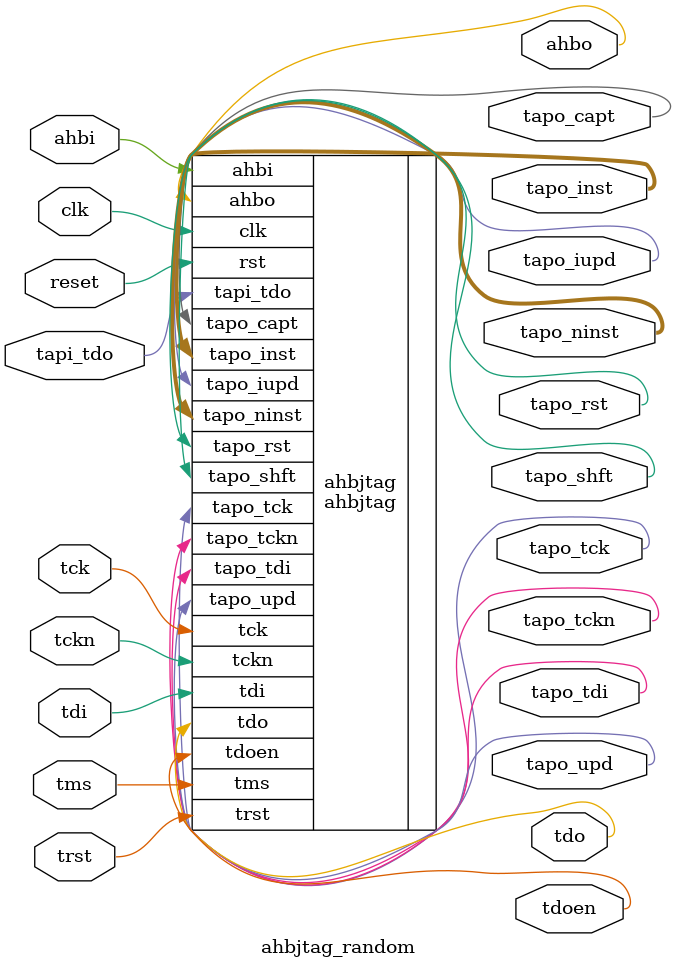
<source format=sv>
/*
* ahbjtag top level module that incorporates the random number generator
* to allow bitstream generation without Vivado interferance
*/
`include "../../random_number_generator.sv"

module ahbjtag_random(
    input logic clk,
    input logic reset,
    input logic tck,
    input logic tms,
    input logic tdi,
    output logic tdo,
    input logic ahbi,
    output logic ahbo,
    output logic tapo_tck,
    output logic tapo_tdi,
    output logic [7:0] tapo_inst,
    output logic tapo_rst,
    output logic tapo_capt,
    output logic tapo_shft,
    output logic tapo_upd,
    input logic tapi_tdo,
    input logic trst,
    output logic tdoen,
    input logic tckn,
    output logic tapo_tckn,
    output logic [7:0] tapo_ninst,
    output logic tapo_iupd
    );

ahbjtag ahbjtag (
    .clk(clk),
    .rst(reset),
    .tck(tck),
    .tms(tms),
    .tdi(tdi),
    .tdo(tdo),
    .ahbi(ahbi),
    .ahbo(ahbo),
    .tapo_tck(tapo_tck),
    .tapo_tdi(tapo_tdi),
    .tapo_inst(tapo_inst[7:0]),
    .tapo_rst(tapo_rst),
    .tapo_capt(tapo_capt),
    .tapo_shft(tapo_shft),
    .tapo_upd(tapo_upd),
    .tapi_tdo(tapi_tdo),
    .trst(trst),
    .tdoen(tdoen),
    .tckn(tckn),
    .tapo_tckn(tapo_tckn),
    .tapo_ninst(tapo_ninst[7:0]),
    .tapo_iupd(tapo_iupd)
);

endmodule
</source>
